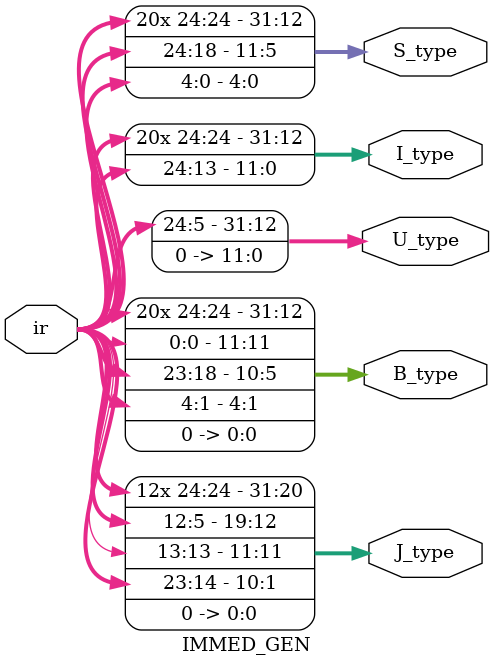
<source format=sv>
`timescale 1ns / 1ps


module IMMED_GEN(
    input [24:0] ir,
    output [31:0] J_type,
    output [31:0] B_type,
    output [31:0] U_type,
    output [31:0] I_type,
    output [31:0] S_type
    );
    
    assign J_type = {{12{ir[24]}}, ir[12:5], ir[13], ir[23:14], 1'b0};
    assign B_type = {{20{ir[24]}}, ir[0], ir[23:18], ir[4:1], 1'b0};
    assign U_type = {ir[24:5], 12'd0};
    assign I_type = {{21{ir[24]}}, ir[23:18], ir[17:13]};
    assign S_type = {{21{ir[24]}}, ir[23:18], ir[4:0]}; 
    
endmodule

</source>
